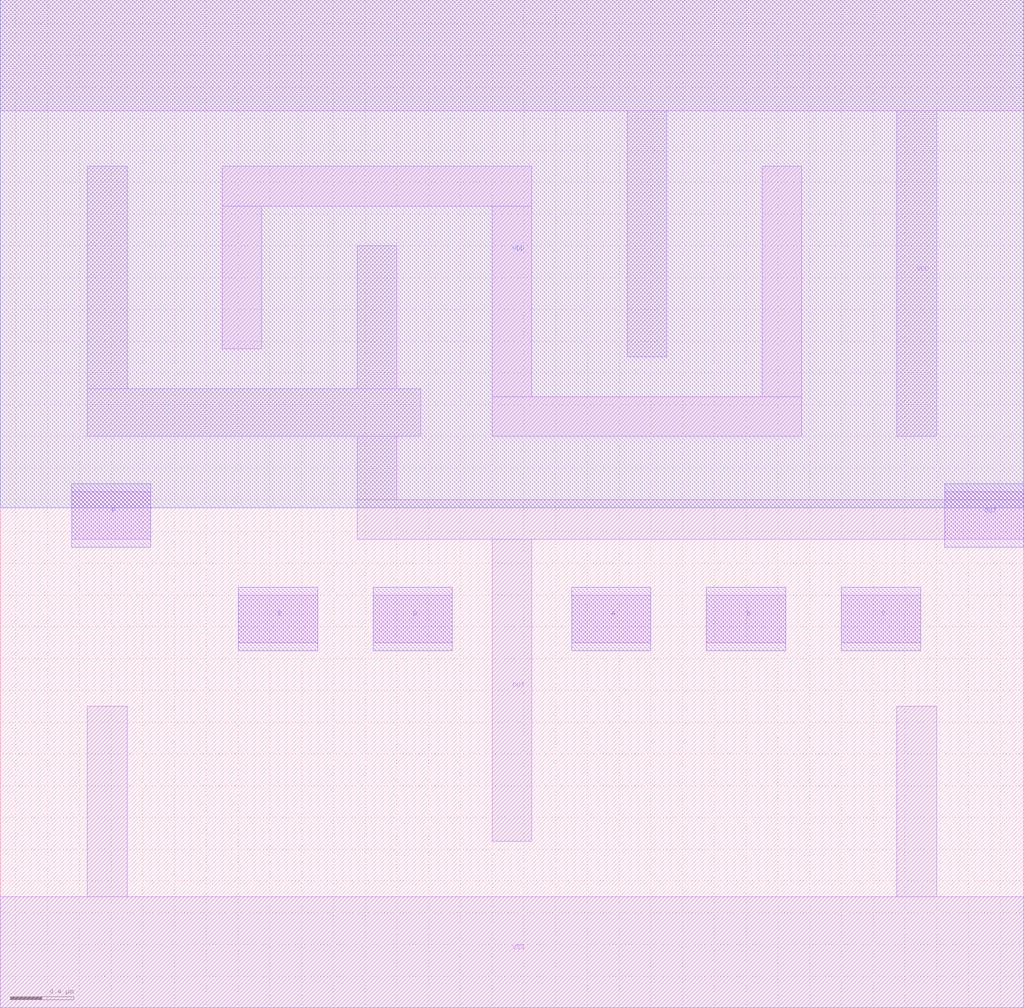
<source format=lef>
VERSION 5.7 ;
  NOWIREEXTENSIONATPIN ON ;
  DIVIDERCHAR "/" ;
  BUSBITCHARS "[]" ;
MACRO gf180mcu_osu_sc_gp9t3v3__aoi33_1
  CLASS BLOCK ;
  FOREIGN gf180mcu_osu_sc_gp9t3v3__aoi33_1 ;
  ORIGIN -5.300 0.000 ;
  SIZE 6.450 BY 6.350 ;
  PIN F
    DIRECTION INPUT ;
    ANTENNAGATEAREA 0.765000 ;
    PORT
      LAYER Metal1 ;
        RECT 5.750 2.950 6.250 3.250 ;
      LAYER Metal2 ;
        RECT 5.750 2.900 6.250 3.300 ;
    END
  END F
  PIN E
    DIRECTION INPUT ;
    ANTENNAGATEAREA 0.765000 ;
    PORT
      LAYER Metal1 ;
        RECT 6.800 2.300 7.300 2.600 ;
      LAYER Metal2 ;
        RECT 6.800 2.250 7.300 2.650 ;
    END
  END E
  PIN D
    DIRECTION INPUT ;
    ANTENNAGATEAREA 0.765000 ;
    PORT
      LAYER Metal1 ;
        RECT 7.650 2.300 8.150 2.600 ;
      LAYER Metal2 ;
        RECT 7.650 2.250 8.150 2.650 ;
    END
  END D
  PIN A
    DIRECTION INPUT ;
    ANTENNAGATEAREA 0.765000 ;
    PORT
      LAYER Metal1 ;
        RECT 8.900 2.300 9.400 2.600 ;
      LAYER Metal2 ;
        RECT 8.900 2.250 9.400 2.650 ;
    END
  END A
  PIN B
    DIRECTION INPUT ;
    ANTENNAGATEAREA 0.765000 ;
    PORT
      LAYER Metal1 ;
        RECT 9.750 2.300 10.250 2.600 ;
      LAYER Metal2 ;
        RECT 9.750 2.250 10.250 2.650 ;
    END
  END B
  PIN C
    DIRECTION INPUT ;
    ANTENNAGATEAREA 0.765000 ;
    PORT
      LAYER Metal1 ;
        RECT 10.600 2.300 11.100 2.600 ;
      LAYER Metal2 ;
        RECT 10.600 2.250 11.100 2.650 ;
    END
  END C
  PIN OUT
    DIRECTION OUTPUT ;
    ANTENNADIFFAREA 2.252500 ;
    PORT
      LAYER Metal1 ;
        RECT 5.850 3.900 6.100 5.300 ;
        RECT 7.550 3.900 7.800 4.800 ;
        RECT 5.850 3.600 7.950 3.900 ;
        RECT 7.550 3.200 7.800 3.600 ;
        RECT 11.250 3.200 11.750 3.250 ;
        RECT 7.550 2.950 11.750 3.200 ;
        RECT 8.400 1.050 8.650 2.950 ;
      LAYER Metal2 ;
        RECT 11.250 2.900 11.750 3.300 ;
    END
  END OUT
  PIN VDD
    DIRECTION INOUT ;
    USE POWER ;
    PORT
      LAYER Nwell ;
        RECT 5.300 3.150 11.750 6.350 ;
      LAYER Metal1 ;
        RECT 5.300 5.650 11.750 6.350 ;
        RECT 9.250 4.100 9.500 5.650 ;
        RECT 10.950 3.600 11.200 5.650 ;
    END
  END VDD
  PIN VSS
    DIRECTION INOUT ;
    USE GROUND ;
    PORT
      LAYER Metal1 ;
        RECT 5.850 0.700 6.100 1.900 ;
        RECT 10.950 0.700 11.200 1.900 ;
        RECT 5.300 0.000 11.750 0.700 ;
    END
  END VSS
  OBS
      LAYER Metal1 ;
        RECT 6.700 5.050 8.650 5.300 ;
        RECT 6.700 4.150 6.950 5.050 ;
        RECT 8.400 3.850 8.650 5.050 ;
        RECT 10.100 3.850 10.350 5.300 ;
        RECT 8.400 3.600 10.350 3.850 ;
  END
END gf180mcu_osu_sc_gp9t3v3__aoi33_1
END LIBRARY


</source>
